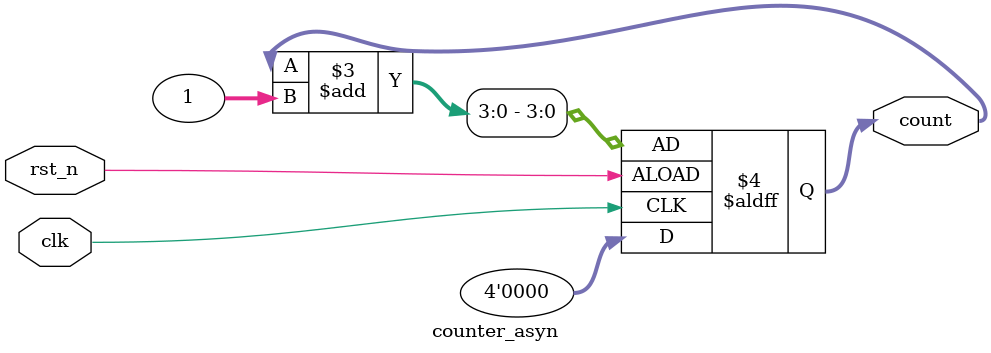
<source format=v>
module counter_asyn #(parameter N=4)(output reg [N-1:0] count, input clk, rst_n);
    always @(posedge clk, posedge rst_n) begin
        if(~rst_n)
            count <= 0;
        else
            count <= count + 1;
    end
endmodule
</source>
